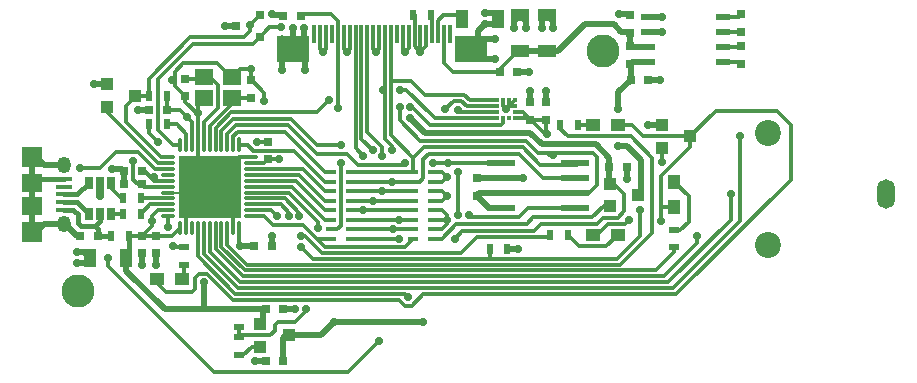
<source format=gbl>
G04 #@! TF.FileFunction,Copper,L2,Bot,Signal*
%FSLAX46Y46*%
G04 Gerber Fmt 4.6, Leading zero omitted, Abs format (unit mm)*
G04 Created by KiCad (PCBNEW 4.0.2-stable) date 19/05/2016 18:52:09*
%MOMM*%
G01*
G04 APERTURE LIST*
%ADD10C,0.100000*%
%ADD11C,2.800000*%
%ADD12R,0.900000X0.450000*%
%ADD13R,0.300000X1.600000*%
%ADD14R,2.700000X2.300000*%
%ADD15R,0.750000X0.800000*%
%ADD16R,0.800000X0.750000*%
%ADD17R,1.000000X1.600000*%
%ADD18R,1.600000X1.000000*%
%ADD19R,1.350000X0.450000*%
%ADD20O,1.150000X1.400000*%
%ADD21R,1.700000X1.700000*%
%ADD22R,1.700000X1.500000*%
%ADD23R,0.500000X0.900000*%
%ADD24R,0.690880X1.000760*%
%ADD25R,1.143000X0.508000*%
%ADD26R,2.399540X0.599440*%
%ADD27O,1.300000X0.300000*%
%ADD28O,0.300000X1.300000*%
%ADD29R,5.300000X5.300000*%
%ADD30R,1.600000X1.400000*%
%ADD31R,0.800100X0.800100*%
%ADD32R,1.000000X1.000000*%
%ADD33C,2.200000*%
%ADD34O,1.500000X2.500000*%
%ADD35R,0.900000X0.500000*%
%ADD36R,1.200000X1.000000*%
%ADD37R,1.000000X1.200000*%
%ADD38R,0.320000X0.320000*%
%ADD39C,0.700000*%
%ADD40C,0.500000*%
%ADD41C,0.300000*%
%ADD42C,0.200000*%
%ADD43C,0.400000*%
%ADD44C,0.700000*%
G04 APERTURE END LIST*
D10*
D11*
X149700000Y-71650000D03*
X105250000Y-91970000D03*
D12*
X128350000Y-81900000D03*
X128350000Y-82700000D03*
X128350000Y-83500000D03*
X128350000Y-84300000D03*
X128350000Y-85100000D03*
X128350000Y-85900000D03*
X128350000Y-86700000D03*
X128350000Y-87500000D03*
X126650000Y-87500000D03*
X126650000Y-86700000D03*
X126650000Y-85900000D03*
X126650000Y-85100000D03*
X126650000Y-84300000D03*
X126650000Y-83500000D03*
X126650000Y-82700000D03*
X126650000Y-81900000D03*
D13*
X136750000Y-70200000D03*
X136250000Y-70200000D03*
X135750000Y-70200000D03*
X135250000Y-70200000D03*
X134750000Y-70200000D03*
X134250000Y-70200000D03*
X133750000Y-70200000D03*
X133250000Y-70200000D03*
X132750000Y-70200000D03*
X132250000Y-70200000D03*
X131750000Y-70200000D03*
X131250000Y-70200000D03*
X130750000Y-70200000D03*
X130250000Y-70200000D03*
X129750000Y-70200000D03*
X129250000Y-70200000D03*
X128750000Y-70200000D03*
X128250000Y-70200000D03*
X127750000Y-70200000D03*
X127250000Y-70200000D03*
X126750000Y-70200000D03*
X126250000Y-70200000D03*
X125750000Y-70200000D03*
X125250000Y-70200000D03*
D14*
X138500000Y-71450000D03*
X123500000Y-71450000D03*
D15*
X152000000Y-71200000D03*
X152000000Y-72700000D03*
D16*
X122650000Y-68650000D03*
X124150000Y-68650000D03*
X150250000Y-81400000D03*
X151750000Y-81400000D03*
X152050000Y-74050000D03*
X153550000Y-74050000D03*
D15*
X152000000Y-70050000D03*
X152000000Y-68550000D03*
X161400000Y-70000000D03*
X161400000Y-68500000D03*
X161400000Y-71200000D03*
X161400000Y-72700000D03*
D16*
X106950000Y-87300000D03*
X105450000Y-87300000D03*
D17*
X109300000Y-89100000D03*
X106300000Y-89100000D03*
D15*
X110700000Y-87250000D03*
X110700000Y-88750000D03*
D16*
X110650000Y-81800000D03*
X109150000Y-81800000D03*
D15*
X111900000Y-87250000D03*
X111900000Y-88750000D03*
D16*
X112750000Y-76600000D03*
X111250000Y-76600000D03*
D15*
X121300000Y-80800000D03*
X121300000Y-79300000D03*
D16*
X120150000Y-88100000D03*
X121650000Y-88100000D03*
D18*
X145000000Y-71600000D03*
X145000000Y-68600000D03*
X142700000Y-71600000D03*
X142700000Y-68600000D03*
D16*
X140950000Y-73400000D03*
X142450000Y-73400000D03*
D17*
X137800000Y-68900000D03*
X140800000Y-68900000D03*
D15*
X139000000Y-83850000D03*
X139000000Y-82350000D03*
D16*
X121150000Y-93500000D03*
X122650000Y-93500000D03*
X122650000Y-97900000D03*
X121150000Y-97900000D03*
D15*
X114300000Y-73950000D03*
X114300000Y-75450000D03*
X119900000Y-75600000D03*
X119900000Y-74100000D03*
D16*
X110650000Y-82900000D03*
X109150000Y-82900000D03*
D19*
X104050000Y-85050000D03*
X104050000Y-84400000D03*
X104050000Y-83750000D03*
X104050000Y-83100000D03*
X104050000Y-82450000D03*
D20*
X104050000Y-86250000D03*
X104050000Y-81250000D03*
D21*
X101350000Y-86950000D03*
X101350000Y-80550000D03*
D22*
X101350000Y-84750000D03*
X101350000Y-82750000D03*
D23*
X108050000Y-87300000D03*
X109550000Y-87300000D03*
X112750000Y-75400000D03*
X111250000Y-75400000D03*
X135150000Y-68600000D03*
X133650000Y-68600000D03*
D12*
X135350000Y-81900000D03*
X135350000Y-82700000D03*
X135350000Y-83500000D03*
X135350000Y-84300000D03*
X135350000Y-85100000D03*
X135350000Y-85900000D03*
X135350000Y-86700000D03*
X135350000Y-87500000D03*
X133650000Y-87500000D03*
X133650000Y-86700000D03*
X133650000Y-85900000D03*
X133650000Y-85100000D03*
X133650000Y-84300000D03*
X133650000Y-83500000D03*
X133650000Y-82700000D03*
X133650000Y-81900000D03*
D23*
X112750000Y-77800000D03*
X111250000Y-77800000D03*
X109050000Y-84100000D03*
X110550000Y-84100000D03*
X109050000Y-85400000D03*
X110550000Y-85400000D03*
D24*
X106150040Y-82799520D03*
X107100000Y-82799520D03*
X108049960Y-82799520D03*
X108049960Y-85400480D03*
X107100000Y-85400480D03*
X106150040Y-85400480D03*
D25*
X153525000Y-68695000D03*
X153525000Y-69965000D03*
X153525000Y-71235000D03*
X153525000Y-72505000D03*
X159875000Y-72505000D03*
X159875000Y-71235000D03*
X159875000Y-69965000D03*
X159875000Y-68695000D03*
D26*
X141033000Y-81095000D03*
X147367000Y-81095000D03*
X141033000Y-82365000D03*
X141033000Y-83635000D03*
X141033000Y-84905000D03*
X147367000Y-82365000D03*
X147367000Y-83635000D03*
X147367000Y-84905000D03*
D27*
X112900000Y-85600000D03*
X112900000Y-85100000D03*
X112900000Y-84600000D03*
X112900000Y-84100000D03*
X112900000Y-83600000D03*
X112900000Y-83100000D03*
X112900000Y-82600000D03*
X112900000Y-82100000D03*
X112900000Y-81600000D03*
X112900000Y-81100000D03*
X112900000Y-80600000D03*
D28*
X113900000Y-79600000D03*
X114400000Y-79600000D03*
X114900000Y-79600000D03*
X115400000Y-79600000D03*
X115900000Y-79600000D03*
X116400000Y-79600000D03*
X116900000Y-79600000D03*
X117400000Y-79600000D03*
X117900000Y-79600000D03*
X118400000Y-79600000D03*
X118900000Y-79600000D03*
D27*
X119900000Y-80600000D03*
X119900000Y-81100000D03*
X119900000Y-81600000D03*
X119900000Y-82100000D03*
X119900000Y-82600000D03*
X119900000Y-83100000D03*
X119900000Y-83600000D03*
X119900000Y-84100000D03*
X119900000Y-84600000D03*
X119900000Y-85100000D03*
X119900000Y-85600000D03*
D28*
X118900000Y-86600000D03*
X118400000Y-86600000D03*
X117900000Y-86600000D03*
X117400000Y-86600000D03*
X116900000Y-86600000D03*
X116400000Y-86600000D03*
X115900000Y-86600000D03*
X115400000Y-86600000D03*
X114900000Y-86600000D03*
X114400000Y-86600000D03*
X113900000Y-86600000D03*
D29*
X116400000Y-83100000D03*
D30*
X115900000Y-73800000D03*
X118300000Y-73800000D03*
X118300000Y-75600000D03*
X115900000Y-75600000D03*
D31*
X120650760Y-68550000D03*
X120650760Y-70450000D03*
X118651780Y-69500000D03*
D32*
X150300000Y-84750000D03*
X150300000Y-82850000D03*
X152700000Y-83800000D03*
X107700000Y-76350000D03*
X107700000Y-74450000D03*
X110100000Y-75400000D03*
X120700000Y-96650000D03*
X120700000Y-94750000D03*
X123100000Y-95700000D03*
D33*
X163700000Y-88050000D03*
X163700000Y-78550000D03*
D34*
X173700000Y-83750000D03*
D35*
X118900000Y-95850000D03*
X118900000Y-97350000D03*
D32*
X154700000Y-79800000D03*
X154700000Y-77900000D03*
X157100000Y-78850000D03*
D35*
X114200000Y-88250000D03*
X114200000Y-89750000D03*
D23*
X145250000Y-87200000D03*
X146750000Y-87200000D03*
D35*
X155750000Y-88250000D03*
X155750000Y-86750000D03*
D23*
X146050000Y-77900000D03*
X147550000Y-77900000D03*
D36*
X111950000Y-90900000D03*
X114050000Y-90900000D03*
X148850000Y-87200000D03*
X150950000Y-87200000D03*
D37*
X155750000Y-84800000D03*
X155750000Y-82700000D03*
D36*
X150950000Y-77900000D03*
X148850000Y-77900000D03*
D23*
X140100000Y-88350000D03*
X141600000Y-88350000D03*
D15*
X144900000Y-77450000D03*
X144900000Y-75950000D03*
X143550000Y-77450000D03*
X143550000Y-75950000D03*
D35*
X118900000Y-95000000D03*
X118900000Y-93500000D03*
D38*
X140750000Y-77300000D03*
X141250000Y-77300000D03*
X141750000Y-77300000D03*
X142250000Y-77300000D03*
X142250000Y-76800000D03*
X142250000Y-76300000D03*
X142250000Y-75800000D03*
X141750000Y-75800000D03*
X141250000Y-75800000D03*
X140750000Y-75800000D03*
X140750000Y-76300000D03*
X140750000Y-76800000D03*
D39*
X151000000Y-79650000D03*
X151000000Y-76550000D03*
X113250000Y-74050000D03*
X121700000Y-68500000D03*
X123500000Y-69700000D03*
X144900000Y-75000000D03*
X143550000Y-75000000D03*
X141500000Y-76550000D03*
X136500000Y-85900000D03*
X121000000Y-75850000D03*
X110700000Y-89700000D03*
X142550000Y-88350000D03*
X151750000Y-82450000D03*
X153500000Y-77900000D03*
X106650000Y-74450000D03*
X124500000Y-73200000D03*
X122500000Y-73200000D03*
X126000000Y-71700000D03*
X128000000Y-71700000D03*
X130500000Y-71700000D03*
X132950000Y-71700000D03*
X124400000Y-69700000D03*
X117700000Y-69500000D03*
X108100000Y-81600000D03*
X115400000Y-76900000D03*
X143400000Y-73400000D03*
X154500000Y-74050000D03*
X154700000Y-70000000D03*
X154700000Y-68700000D03*
X151050000Y-68500000D03*
X134250000Y-71700000D03*
X145500000Y-69700000D03*
X144500000Y-69700000D03*
X143200000Y-69700000D03*
X142200000Y-69700000D03*
X140600000Y-72300000D03*
X140600000Y-70600000D03*
X139700000Y-69300000D03*
X139700000Y-68400000D03*
X120200000Y-97900000D03*
X123600000Y-93500000D03*
X121700000Y-87300000D03*
X114300000Y-85200000D03*
X118500000Y-85200000D03*
X114300000Y-81000000D03*
X116400000Y-83100000D03*
X118500000Y-81000000D03*
X110300000Y-76600000D03*
X142900000Y-82350000D03*
X119900000Y-73150000D03*
X120400000Y-79300000D03*
X136500000Y-83900000D03*
X136500000Y-82300000D03*
X105200000Y-89600000D03*
X105200000Y-88600000D03*
X111900000Y-89700000D03*
X107100000Y-83900000D03*
X145450000Y-80450000D03*
X144950000Y-78650000D03*
X132500000Y-76350000D03*
X127250000Y-76400000D03*
X109900000Y-80900000D03*
X137150000Y-87500000D03*
X132400000Y-87500000D03*
X133400000Y-77300000D03*
X115900000Y-91200000D03*
X122250000Y-80800000D03*
X119000000Y-88100000D03*
X111550000Y-86000000D03*
X111700000Y-82300000D03*
X114500000Y-77200000D03*
X112000000Y-79300000D03*
X134500000Y-94600000D03*
X126900000Y-94600000D03*
X119800000Y-69400000D03*
X124600000Y-93450000D03*
X125600000Y-86600000D03*
X131050000Y-74900000D03*
X132500000Y-74900000D03*
X131800000Y-80000000D03*
X131800000Y-82700000D03*
X105400000Y-81500000D03*
X107800000Y-89100000D03*
X130700000Y-96200000D03*
X136550000Y-81100000D03*
X136350000Y-76550000D03*
X135300000Y-81100000D03*
X132900000Y-81100000D03*
X129400000Y-80500000D03*
X129400000Y-85100000D03*
X130200000Y-80000000D03*
X130200000Y-84300000D03*
X131000000Y-80500000D03*
X131000000Y-83500000D03*
X138400000Y-85500000D03*
X132400000Y-85900000D03*
X133200000Y-92400000D03*
X122400000Y-69600000D03*
X122100000Y-85600000D03*
X160500000Y-83750000D03*
X154700000Y-81000000D03*
X123100000Y-85600000D03*
X124150000Y-88200000D03*
X152800000Y-85050000D03*
X151900000Y-85950000D03*
X154650000Y-86000000D03*
X113300000Y-88100000D03*
X112900000Y-86500000D03*
X124150000Y-87250000D03*
X124000000Y-85600000D03*
X157700000Y-87250000D03*
X161300000Y-78800000D03*
X137400000Y-81850000D03*
X137400000Y-76600000D03*
X131900000Y-86700000D03*
X137400000Y-85500000D03*
X133400000Y-76350000D03*
X126500000Y-75750000D03*
X127500000Y-79600000D03*
X127500000Y-81100000D03*
D40*
X152000000Y-71200000D02*
X152000000Y-70000000D01*
X153525000Y-71235000D02*
X152035000Y-71235000D01*
X152035000Y-71235000D02*
X152000000Y-71200000D01*
X152000000Y-70000000D02*
X151250000Y-70000000D01*
X151250000Y-70000000D02*
X150600000Y-69350000D01*
X150600000Y-69350000D02*
X148150000Y-69350000D01*
X148150000Y-69350000D02*
X145900000Y-71600000D01*
X145900000Y-71600000D02*
X145000000Y-71600000D01*
X142700000Y-71600000D02*
X145000000Y-71600000D01*
D41*
X140950000Y-73400000D02*
X140950000Y-73150000D01*
X140950000Y-73150000D02*
X142500000Y-71600000D01*
X142500000Y-71600000D02*
X142700000Y-71600000D01*
X136250000Y-70200000D02*
X136250000Y-72650000D01*
X137000000Y-73400000D02*
X140950000Y-73400000D01*
X136250000Y-72650000D02*
X137000000Y-73400000D01*
D40*
X152700000Y-83800000D02*
X152950000Y-83550000D01*
X152950000Y-83550000D02*
X152950000Y-80850000D01*
X152950000Y-80850000D02*
X151750000Y-79650000D01*
X151750000Y-79650000D02*
X151000000Y-79650000D01*
X151000000Y-76550000D02*
X151000000Y-75100000D01*
X151000000Y-75100000D02*
X152050000Y-74050000D01*
X152050000Y-74050000D02*
X152050000Y-72750000D01*
X152050000Y-72750000D02*
X152000000Y-72700000D01*
X151998220Y-74101780D02*
X152050000Y-74050000D01*
X153525000Y-72505000D02*
X152195000Y-72505000D01*
X152195000Y-72505000D02*
X152000000Y-72700000D01*
D41*
X113450000Y-74050000D02*
X113250000Y-74050000D01*
D40*
X122650000Y-68650000D02*
X122550000Y-68550000D01*
X122550000Y-68550000D02*
X121750000Y-68550000D01*
X121750000Y-68550000D02*
X121700000Y-68500000D01*
X123500000Y-69700000D02*
X123500000Y-71450000D01*
X144900000Y-75950000D02*
X144900000Y-75000000D01*
X143550000Y-75950000D02*
X143550000Y-75000000D01*
D41*
X142250000Y-75800000D02*
X141750000Y-76300000D01*
X142250000Y-76300000D02*
X141750000Y-76300000D01*
X141750000Y-76300000D02*
X141500000Y-76550000D01*
X141250000Y-75800000D02*
X141250000Y-76300000D01*
X141750000Y-76300000D02*
X141500000Y-76550000D01*
X141750000Y-76300000D02*
X141750000Y-75800000D01*
X141250000Y-76300000D02*
X141500000Y-76550000D01*
X135350000Y-85100000D02*
X136100000Y-85100000D01*
X136500000Y-85500000D02*
X136500000Y-85900000D01*
X136100000Y-85100000D02*
X136500000Y-85500000D01*
X135350000Y-86700000D02*
X136050000Y-86700000D01*
X136500000Y-85900000D02*
X135350000Y-85900000D01*
X136500000Y-86250000D02*
X136500000Y-85900000D01*
X136050000Y-86700000D02*
X136500000Y-86250000D01*
X119900000Y-74100000D02*
X119950000Y-74100000D01*
X119950000Y-74100000D02*
X121000000Y-75150000D01*
X121000000Y-75150000D02*
X121000000Y-75850000D01*
D40*
X110700000Y-89700000D02*
X110700000Y-88750000D01*
X141600000Y-88350000D02*
X142550000Y-88350000D01*
X151750000Y-81400000D02*
X151750000Y-82450000D01*
X154700000Y-77900000D02*
X153500000Y-77900000D01*
X107700000Y-74450000D02*
X106650000Y-74450000D01*
X123500000Y-71450000D02*
X124500000Y-72450000D01*
X124500000Y-72450000D02*
X124500000Y-73200000D01*
X123500000Y-71450000D02*
X122500000Y-72450000D01*
X122500000Y-72450000D02*
X122500000Y-73200000D01*
D41*
X126250000Y-70200000D02*
X126250000Y-71450000D01*
X125750000Y-71450000D02*
X126000000Y-71700000D01*
X125750000Y-71450000D02*
X125750000Y-70200000D01*
X126250000Y-71450000D02*
X126000000Y-71700000D01*
X128250000Y-70200000D02*
X128250000Y-71450000D01*
X127750000Y-71450000D02*
X127750000Y-70200000D01*
X128000000Y-71700000D02*
X127750000Y-71450000D01*
X128250000Y-71450000D02*
X128000000Y-71700000D01*
X130750000Y-70200000D02*
X130750000Y-71450000D01*
X130250000Y-71450000D02*
X130500000Y-71700000D01*
X130250000Y-71450000D02*
X130250000Y-70200000D01*
X130750000Y-71450000D02*
X130500000Y-71700000D01*
X133250000Y-70200000D02*
X133250000Y-71400000D01*
X132750000Y-71500000D02*
X132950000Y-71700000D01*
X132750000Y-71500000D02*
X132750000Y-70200000D01*
X133250000Y-71400000D02*
X132950000Y-71700000D01*
D40*
X123500000Y-71450000D02*
X123050000Y-71900000D01*
D41*
X123500000Y-71450000D02*
X124400000Y-70550000D01*
D40*
X124400000Y-70550000D02*
X124400000Y-69700000D01*
D41*
X123500000Y-71450000D02*
X122500000Y-70450000D01*
D40*
X118651780Y-69500000D02*
X117700000Y-69500000D01*
X108100000Y-81600000D02*
X108950000Y-81600000D01*
X142450000Y-73400000D02*
X143400000Y-73400000D01*
X153550000Y-74050000D02*
X154500000Y-74050000D01*
X153525000Y-69965000D02*
X154665000Y-69965000D01*
X154665000Y-69965000D02*
X154700000Y-70000000D01*
X153525000Y-68695000D02*
X154695000Y-68695000D01*
X154695000Y-68695000D02*
X154700000Y-68700000D01*
X152000000Y-68500000D02*
X151050000Y-68500000D01*
D41*
X133750000Y-70200000D02*
X133750000Y-71200000D01*
X134750000Y-71200000D02*
X134250000Y-71700000D01*
X134750000Y-70200000D02*
X134750000Y-71200000D01*
X134250000Y-71700000D02*
X134250000Y-70200000D01*
X133750000Y-71200000D02*
X134250000Y-71700000D01*
D40*
X145000000Y-68600000D02*
X145500000Y-69100000D01*
X145500000Y-69100000D02*
X145500000Y-69700000D01*
X145000000Y-68600000D02*
X144500000Y-69100000D01*
X144500000Y-69100000D02*
X144500000Y-69700000D01*
X142700000Y-68600000D02*
X143200000Y-69100000D01*
X143200000Y-69100000D02*
X143200000Y-69700000D01*
X142700000Y-68600000D02*
X142200000Y-69100000D01*
X142200000Y-69100000D02*
X142200000Y-69700000D01*
X138500000Y-71450000D02*
X139350000Y-72300000D01*
X139350000Y-72300000D02*
X140600000Y-72300000D01*
X138500000Y-71450000D02*
X139350000Y-70600000D01*
X139350000Y-70600000D02*
X140600000Y-70600000D01*
X138500000Y-71450000D02*
X139100000Y-70850000D01*
X139100000Y-70850000D02*
X139100000Y-69900000D01*
X139100000Y-69900000D02*
X139700000Y-69300000D01*
X140800000Y-68850000D02*
X140350000Y-69300000D01*
X140350000Y-69300000D02*
X139700000Y-69300000D01*
X140800000Y-68850000D02*
X140350000Y-68400000D01*
X140350000Y-68400000D02*
X139700000Y-68400000D01*
D41*
X133750000Y-70200000D02*
X133750000Y-68600000D01*
X133750000Y-68600000D02*
X133650000Y-68500000D01*
D40*
X121150000Y-97900000D02*
X120200000Y-97900000D01*
X122650000Y-93500000D02*
X123600000Y-93500000D01*
D42*
X112900000Y-83600000D02*
X115900000Y-83600000D01*
X115900000Y-83600000D02*
X116400000Y-83100000D01*
D41*
X115400000Y-79600000D02*
X115400000Y-82100000D01*
X115400000Y-82100000D02*
X116400000Y-83100000D01*
X119900000Y-80600000D02*
X118900000Y-80600000D01*
X118900000Y-80600000D02*
X116400000Y-83100000D01*
X114400000Y-86600000D02*
X114400000Y-85100000D01*
X114400000Y-85100000D02*
X116400000Y-83100000D01*
X118400000Y-86600000D02*
X118400000Y-85100000D01*
X118400000Y-85100000D02*
X116400000Y-83100000D01*
D40*
X121700000Y-88050000D02*
X121700000Y-87300000D01*
D41*
X121700000Y-88050000D02*
X121650000Y-88100000D01*
X114300000Y-85200000D02*
X116400000Y-83100000D01*
X118500000Y-85200000D02*
X116400000Y-83100000D01*
X114300000Y-81000000D02*
X116400000Y-83100000D01*
X118500000Y-81000000D02*
X116400000Y-83100000D01*
D40*
X111250000Y-76600000D02*
X110300000Y-76600000D01*
X141033000Y-82365000D02*
X142885000Y-82365000D01*
X142885000Y-82365000D02*
X142900000Y-82350000D01*
X141033000Y-82365000D02*
X139015000Y-82365000D01*
X139015000Y-82365000D02*
X139000000Y-82350000D01*
D41*
X118950000Y-73150000D02*
X119900000Y-73150000D01*
X119900000Y-73150000D02*
X119900000Y-74100000D01*
X118950000Y-73150000D02*
X118300000Y-73800000D01*
X117050000Y-72650000D02*
X118200000Y-73800000D01*
X118200000Y-73800000D02*
X118300000Y-73800000D01*
X114300000Y-75450000D02*
X113450000Y-74600000D01*
X114150000Y-72650000D02*
X117050000Y-72650000D01*
X113450000Y-73350000D02*
X114150000Y-72650000D01*
X113450000Y-74600000D02*
X113450000Y-74050000D01*
X113450000Y-74050000D02*
X113450000Y-73350000D01*
X115400000Y-76900000D02*
X115300000Y-76900000D01*
X114300000Y-75900000D02*
X114300000Y-75450000D01*
X115300000Y-76900000D02*
X114300000Y-75900000D01*
X115400000Y-76100000D02*
X115400000Y-76900000D01*
X115400000Y-76900000D02*
X115400000Y-79600000D01*
X115400000Y-76100000D02*
X115900000Y-75600000D01*
X121300000Y-79300000D02*
X120400000Y-79300000D01*
X135350000Y-84300000D02*
X136100000Y-84300000D01*
X136100000Y-83500000D02*
X136500000Y-83900000D01*
X136100000Y-83500000D02*
X135350000Y-83500000D01*
X136100000Y-84300000D02*
X136500000Y-83900000D01*
X135350000Y-82700000D02*
X136100000Y-82700000D01*
X136100000Y-81900000D02*
X136500000Y-82300000D01*
X136100000Y-81900000D02*
X135350000Y-81900000D01*
X136100000Y-82700000D02*
X136500000Y-82300000D01*
D40*
X109150000Y-81800000D02*
X108950000Y-81600000D01*
X109150000Y-82900000D02*
X109150000Y-81800000D01*
X101350000Y-80200000D02*
X102400000Y-81250000D01*
X102400000Y-81250000D02*
X104050000Y-81250000D01*
D43*
X104050000Y-82450000D02*
X101650000Y-82450000D01*
X101650000Y-82450000D02*
X101350000Y-82750000D01*
D40*
X101350000Y-80200000D02*
X101350000Y-82750000D01*
X101350000Y-84750000D02*
X101350000Y-82750000D01*
X101350000Y-87300000D02*
X101350000Y-84750000D01*
X104050000Y-86250000D02*
X102400000Y-86250000D01*
X102400000Y-86250000D02*
X101350000Y-87300000D01*
X105450000Y-87300000D02*
X105200000Y-87300000D01*
X105200000Y-87300000D02*
X104150000Y-86250000D01*
X104150000Y-86250000D02*
X104050000Y-86250000D01*
X106300000Y-89100000D02*
X105800000Y-89600000D01*
X105800000Y-89600000D02*
X105200000Y-89600000D01*
X106300000Y-89100000D02*
X105800000Y-88600000D01*
X105800000Y-88600000D02*
X105200000Y-88600000D01*
X111900000Y-88750000D02*
X111900000Y-89700000D01*
D44*
X107100000Y-82799520D02*
X107100000Y-83900000D01*
D41*
X116800000Y-81800000D02*
X117800000Y-82800000D01*
X117300000Y-83300000D02*
X117800000Y-82800000D01*
X142250000Y-76800000D02*
X142900000Y-76800000D01*
X142900000Y-76800000D02*
X143550000Y-77450000D01*
X142250000Y-77300000D02*
X143400000Y-77300000D01*
X143400000Y-77300000D02*
X143550000Y-77450000D01*
X144900000Y-77450000D02*
X143550000Y-77450000D01*
X143550000Y-77450000D02*
X143600000Y-77450000D01*
X143600000Y-77450000D02*
X144800000Y-78650000D01*
X144800000Y-78650000D02*
X144950000Y-78650000D01*
X144900000Y-77450000D02*
X144900000Y-78600000D01*
X145150000Y-80450000D02*
X144925000Y-80225000D01*
X145450000Y-80450000D02*
X145150000Y-80450000D01*
X144900000Y-78600000D02*
X144950000Y-78650000D01*
X148825000Y-80225000D02*
X144925000Y-80225000D01*
X144925000Y-80225000D02*
X144225000Y-80225000D01*
X134250000Y-79200000D02*
X143200000Y-79200000D01*
X132500000Y-77450000D02*
X134250000Y-79200000D01*
X132500000Y-76350000D02*
X132500000Y-77450000D01*
X144225000Y-80225000D02*
X143200000Y-79200000D01*
X148515000Y-83635000D02*
X147367000Y-83635000D01*
X149200000Y-82950000D02*
X148515000Y-83635000D01*
X149200000Y-80600000D02*
X149200000Y-82950000D01*
X148825000Y-80225000D02*
X149200000Y-80600000D01*
X127250000Y-70200000D02*
X127250000Y-76400000D01*
X124150000Y-68500000D02*
X126700000Y-68500000D01*
X127250000Y-69050000D02*
X127250000Y-70200000D01*
X126700000Y-68500000D02*
X127250000Y-69050000D01*
X110300000Y-82900000D02*
X109900000Y-82500000D01*
X109900000Y-82500000D02*
X109900000Y-80900000D01*
X110650000Y-82900000D02*
X110300000Y-82900000D01*
D40*
X147367000Y-83635000D02*
X141033000Y-83635000D01*
X141033000Y-84905000D02*
X140055000Y-84905000D01*
X140055000Y-84905000D02*
X139000000Y-83850000D01*
X141033000Y-83635000D02*
X139215000Y-83635000D01*
X139215000Y-83635000D02*
X139000000Y-83850000D01*
D41*
X112900000Y-83100000D02*
X110850000Y-83100000D01*
X110850000Y-83100000D02*
X110650000Y-82900000D01*
X128350000Y-87500000D02*
X132400000Y-87500000D01*
X143850000Y-86850000D02*
X137800000Y-86850000D01*
X137800000Y-86850000D02*
X137150000Y-87500000D01*
X151500000Y-83750000D02*
X150600000Y-82850000D01*
X149200000Y-86250000D02*
X144450000Y-86250000D01*
X149700000Y-85750000D02*
X149200000Y-86250000D01*
X150950000Y-85750000D02*
X149700000Y-85750000D01*
X151500000Y-85200000D02*
X150950000Y-85750000D01*
X151500000Y-83750000D02*
X151500000Y-85200000D01*
X144450000Y-86250000D02*
X143850000Y-86850000D01*
X150300000Y-82850000D02*
X150600000Y-82850000D01*
X121150000Y-93500000D02*
X118900000Y-93500000D01*
D40*
X150250000Y-81400000D02*
X150250000Y-80650000D01*
X149125000Y-79525000D02*
X144525000Y-79525000D01*
X150250000Y-82800000D02*
X150300000Y-82850000D01*
X149125000Y-79525000D02*
X150250000Y-80650000D01*
X150250000Y-80650000D02*
X150250000Y-82800000D01*
X134650000Y-78550000D02*
X143550000Y-78550000D01*
X133400000Y-77300000D02*
X134650000Y-78550000D01*
D41*
X150300000Y-82850000D02*
X150300000Y-82900000D01*
D40*
X144525000Y-79525000D02*
X143550000Y-78550000D01*
X115900000Y-91200000D02*
X115900000Y-93500000D01*
X120899240Y-94750000D02*
X120899240Y-93750760D01*
X120899240Y-93750760D02*
X121150000Y-93500000D01*
X109300000Y-89100000D02*
X109300000Y-90200000D01*
X109300000Y-90200000D02*
X112600000Y-93500000D01*
X112600000Y-93500000D02*
X115900000Y-93500000D01*
X115900000Y-93500000D02*
X121150000Y-93500000D01*
D41*
X122250000Y-80800000D02*
X121300000Y-80800000D01*
X111700000Y-82300000D02*
X111700000Y-82600000D01*
X111250000Y-78550000D02*
X112000000Y-79300000D01*
X111250000Y-77800000D02*
X111250000Y-78550000D01*
X112750000Y-75400000D02*
X112750000Y-76600000D01*
D40*
X120150000Y-88100000D02*
X119000000Y-88100000D01*
D41*
X118900000Y-88000000D02*
X119000000Y-88100000D01*
X118900000Y-88000000D02*
X118900000Y-86600000D01*
X114500000Y-77200000D02*
X113900000Y-76600000D01*
X114900000Y-77600000D02*
X114500000Y-77200000D01*
X114900000Y-79600000D02*
X114900000Y-77600000D01*
X113900000Y-76600000D02*
X112750000Y-76600000D01*
X119900000Y-81100000D02*
X121000000Y-81100000D01*
X121000000Y-81100000D02*
X121300000Y-80800000D01*
D43*
X109550000Y-87300000D02*
X109550000Y-88850000D01*
X109550000Y-88850000D02*
X109300000Y-89100000D01*
D41*
X112900000Y-82600000D02*
X111700000Y-82600000D01*
X111700000Y-82600000D02*
X110900000Y-81800000D01*
X110900000Y-81800000D02*
X110650000Y-81800000D01*
X111900000Y-87250000D02*
X113250000Y-87250000D01*
X113250000Y-87250000D02*
X113900000Y-86600000D01*
X110700000Y-87250000D02*
X111900000Y-87250000D01*
X112900000Y-85100000D02*
X112000000Y-85100000D01*
X112000000Y-85100000D02*
X111550000Y-85550000D01*
X111550000Y-85550000D02*
X111550000Y-86000000D01*
X111550000Y-86400000D02*
X110700000Y-87250000D01*
X111550000Y-86000000D02*
X111550000Y-86400000D01*
X109550000Y-87300000D02*
X110650000Y-87300000D01*
X110650000Y-87300000D02*
X110700000Y-87250000D01*
X159875000Y-69965000D02*
X161365000Y-69965000D01*
X161365000Y-69965000D02*
X161400000Y-70000000D01*
X159875000Y-68695000D02*
X161205000Y-68695000D01*
X161205000Y-68695000D02*
X161400000Y-68500000D01*
X159875000Y-71235000D02*
X161365000Y-71235000D01*
X161365000Y-71235000D02*
X161400000Y-71200000D01*
X159875000Y-72505000D02*
X161205000Y-72505000D01*
X161205000Y-72505000D02*
X161400000Y-72700000D01*
D43*
X106950000Y-87300000D02*
X108050000Y-87300000D01*
X106950000Y-87300000D02*
X106950000Y-86650000D01*
X106950000Y-86650000D02*
X106700000Y-86400000D01*
X104050000Y-85050000D02*
X104850000Y-85050000D01*
X107100000Y-86000000D02*
X107100000Y-85400480D01*
X106700000Y-86400000D02*
X107100000Y-86000000D01*
X105500000Y-86400000D02*
X106700000Y-86400000D01*
X105250000Y-86150000D02*
X105500000Y-86400000D01*
X105250000Y-85450000D02*
X105250000Y-86150000D01*
X104850000Y-85050000D02*
X105250000Y-85450000D01*
X104050000Y-85050000D02*
X104550000Y-85050000D01*
D41*
X135750000Y-70200000D02*
X135750000Y-69050000D01*
X136200000Y-68600000D02*
X137550000Y-68600000D01*
X135750000Y-69050000D02*
X136200000Y-68600000D01*
X137550000Y-68600000D02*
X137800000Y-68850000D01*
D40*
X122650000Y-97900000D02*
X122650000Y-95948220D01*
X122650000Y-95948220D02*
X122898220Y-95700000D01*
X122898220Y-95700000D02*
X125800000Y-95700000D01*
X125800000Y-95700000D02*
X126900000Y-94600000D01*
X126900000Y-94600000D02*
X134500000Y-94600000D01*
D41*
X114300000Y-73950000D02*
X115750000Y-73950000D01*
X115750000Y-73950000D02*
X115900000Y-73800000D01*
X115900000Y-79600000D02*
X115900000Y-77650000D01*
X117100000Y-74500000D02*
X116400000Y-73800000D01*
X117100000Y-76450000D02*
X117100000Y-74500000D01*
X115900000Y-77650000D02*
X117100000Y-76450000D01*
X116400000Y-73800000D02*
X115900000Y-73800000D01*
X118300000Y-75600000D02*
X118300000Y-75992968D01*
X118350000Y-75992968D02*
X116390002Y-77952966D01*
X116390002Y-77952966D02*
X116390002Y-79600000D01*
X116390002Y-79600000D02*
X116400000Y-79600000D01*
X119900000Y-75600000D02*
X118300000Y-75600000D01*
D43*
X104050000Y-84400000D02*
X105149560Y-84400000D01*
X105149560Y-84400000D02*
X106150040Y-85400480D01*
X104050000Y-83750000D02*
X105199560Y-83750000D01*
X105199560Y-83750000D02*
X106150040Y-82799520D01*
D41*
X143250000Y-86250000D02*
X137300000Y-86250000D01*
X137300000Y-86250000D02*
X136050000Y-87500000D01*
X150300000Y-84750000D02*
X149750000Y-84750000D01*
X149750000Y-84750000D02*
X148800000Y-85700000D01*
X135350000Y-87500000D02*
X136050000Y-87500000D01*
X150300000Y-84450000D02*
X150300000Y-84750000D01*
X148800000Y-85700000D02*
X143800000Y-85700000D01*
X143800000Y-85700000D02*
X143250000Y-86250000D01*
X107700000Y-76500000D02*
X107699240Y-76499240D01*
X107699240Y-76499240D02*
X107699240Y-76250000D01*
X112042968Y-81100000D02*
X107700000Y-76757032D01*
X107700000Y-76757032D02*
X107700000Y-76500000D01*
X112900000Y-81100000D02*
X112042968Y-81100000D01*
X119800000Y-69400000D02*
X119800000Y-69950000D01*
X119300000Y-70450000D02*
X114750000Y-70450000D01*
X119800000Y-69950000D02*
X119300000Y-70450000D01*
X120650760Y-68550000D02*
X119800760Y-69400000D01*
X119800760Y-69400000D02*
X119800000Y-69400000D01*
X111250000Y-75400000D02*
X111250000Y-73950000D01*
X111250000Y-73950000D02*
X114750000Y-70450000D01*
X111250000Y-75400000D02*
X110190002Y-75400000D01*
X110190002Y-75400000D02*
X109350000Y-76240002D01*
X112900000Y-80600000D02*
X112300000Y-80600000D01*
X109350000Y-77650000D02*
X109350000Y-76240002D01*
X112300000Y-80600000D02*
X109350000Y-77650000D01*
X123650000Y-94550000D02*
X124600000Y-93600000D01*
X124600000Y-93600000D02*
X124600000Y-93450000D01*
X123650000Y-94550000D02*
X122200000Y-94550000D01*
X118900000Y-95000000D02*
X118900000Y-95850000D01*
X121900000Y-95350000D02*
X121550000Y-95700000D01*
X121550000Y-95700000D02*
X119150000Y-95700000D01*
X121900000Y-94850000D02*
X121900000Y-95350000D01*
X122200000Y-94550000D02*
X121900000Y-94850000D01*
X125600000Y-86100000D02*
X125600000Y-86600000D01*
X123100000Y-83600000D02*
X125600000Y-86100000D01*
X119900000Y-83600000D02*
X123100000Y-83600000D01*
X135250000Y-70200000D02*
X135250000Y-68600000D01*
X135250000Y-68600000D02*
X135150000Y-68500000D01*
X108049960Y-82799520D02*
X108049960Y-83249960D01*
X108049960Y-83249960D02*
X108900000Y-84100000D01*
X108900000Y-84100000D02*
X109050000Y-84100000D01*
X112900000Y-84100000D02*
X110550000Y-84100000D01*
X109050000Y-85400000D02*
X108050440Y-85400000D01*
X108050440Y-85400000D02*
X108049960Y-85400480D01*
X112900000Y-84600000D02*
X111350000Y-84600000D01*
X111350000Y-84600000D02*
X110550000Y-85400000D01*
X140750000Y-77300000D02*
X135450000Y-77300000D01*
X135450000Y-77300000D02*
X135100000Y-76950000D01*
X132500000Y-74900000D02*
X133050000Y-74900000D01*
X133050000Y-74900000D02*
X135100000Y-76950000D01*
X131050000Y-74900000D02*
X131250000Y-74900000D01*
X131800000Y-79650000D02*
X131250000Y-79100000D01*
X131250000Y-75850000D02*
X131250000Y-74900000D01*
X131250000Y-79100000D02*
X131250000Y-75850000D01*
X131800000Y-80000000D02*
X131800000Y-79650000D01*
X131250000Y-74900000D02*
X131250000Y-70200000D01*
X133650000Y-82700000D02*
X134200000Y-82700000D01*
X144665000Y-82365000D02*
X147367000Y-82365000D01*
X142600000Y-80300000D02*
X144665000Y-82365000D01*
X134950000Y-80300000D02*
X142600000Y-80300000D01*
X134500000Y-80750000D02*
X134950000Y-80300000D01*
X134500000Y-82400000D02*
X134500000Y-80750000D01*
X134200000Y-82700000D02*
X134500000Y-82400000D01*
X133650000Y-82700000D02*
X131800000Y-82700000D01*
X131800000Y-82700000D02*
X128350000Y-82700000D01*
X131750000Y-74150000D02*
X133450000Y-74150000D01*
X138430002Y-75800000D02*
X140750000Y-75800000D01*
X137930002Y-75300000D02*
X138430002Y-75800000D01*
X134600000Y-75300000D02*
X137930002Y-75300000D01*
X133450000Y-74150000D02*
X134600000Y-75300000D01*
X131750000Y-75650000D02*
X131750000Y-78750000D01*
X133650000Y-80650000D02*
X131750000Y-78750000D01*
X133650000Y-81900000D02*
X133650000Y-80650000D01*
X131750000Y-70200000D02*
X131750000Y-74150000D01*
X131750000Y-74150000D02*
X131750000Y-75650000D01*
X147517000Y-81245000D02*
X144395000Y-81245000D01*
X144395000Y-81245000D02*
X142900000Y-79750000D01*
X133650000Y-81900000D02*
X133650000Y-80650000D01*
X133650000Y-80650000D02*
X134550000Y-79750000D01*
X134550000Y-79750000D02*
X142900000Y-79750000D01*
X128350000Y-81900000D02*
X133650000Y-81900000D01*
X105400000Y-81500000D02*
X107100000Y-81500000D01*
X107100000Y-81500000D02*
X108450000Y-80150000D01*
X107800000Y-89100000D02*
X107800000Y-89850000D01*
X111800000Y-81600000D02*
X110350000Y-80150000D01*
X112900000Y-81600000D02*
X111800000Y-81600000D01*
X110350000Y-80150000D02*
X108450000Y-80150000D01*
X128100000Y-98800000D02*
X130700000Y-96200000D01*
X116750000Y-98800000D02*
X128100000Y-98800000D01*
X107800000Y-89850000D02*
X116750000Y-98800000D01*
X140750000Y-76300000D02*
X138150000Y-76300000D01*
X137700000Y-75850000D02*
X138150000Y-76300000D01*
X137050000Y-75850000D02*
X137700000Y-75850000D01*
X136350000Y-76550000D02*
X137050000Y-75850000D01*
X135300000Y-81100000D02*
X136550000Y-81100000D01*
X136550000Y-81100000D02*
X141028000Y-81100000D01*
X141028000Y-81100000D02*
X141033000Y-81095000D01*
X125450000Y-80350000D02*
X128050000Y-80350000D01*
X128050000Y-80350000D02*
X129000000Y-81300000D01*
X132700000Y-81300000D02*
X132900000Y-81100000D01*
X129000000Y-81300000D02*
X132700000Y-81300000D01*
X136500000Y-81100000D02*
X136500000Y-81095000D01*
X136500000Y-81095000D02*
X136500000Y-81100000D01*
X136500000Y-81100000D02*
X136500000Y-81095000D01*
X117900000Y-78600000D02*
X118600000Y-77900000D01*
X118600000Y-77900000D02*
X123000000Y-77900000D01*
X123000000Y-77900000D02*
X125450000Y-80350000D01*
X117900000Y-79600000D02*
X117900000Y-78600000D01*
X136500000Y-81095000D02*
X141033000Y-81095000D01*
X119900000Y-82600000D02*
X123700000Y-82600000D01*
X126200000Y-85100000D02*
X126650000Y-85100000D01*
X123700000Y-82600000D02*
X126200000Y-85100000D01*
X119900000Y-82100000D02*
X124000000Y-82100000D01*
X126200000Y-84300000D02*
X126650000Y-84300000D01*
X124000000Y-82100000D02*
X126200000Y-84300000D01*
X119900000Y-81600000D02*
X124300000Y-81600000D01*
X126200000Y-83500000D02*
X126650000Y-83500000D01*
X124300000Y-81600000D02*
X126200000Y-83500000D01*
X120100000Y-80050000D02*
X123550000Y-80050000D01*
X118900000Y-79600000D02*
X119650000Y-79600000D01*
X119650000Y-79600000D02*
X120100000Y-80050000D01*
X118900000Y-79600000D02*
X118900000Y-79100000D01*
X123550000Y-80050000D02*
X126200000Y-82700000D01*
X126200000Y-82700000D02*
X126650000Y-82700000D01*
X118400000Y-79600000D02*
X118400000Y-78850000D01*
X126200000Y-81900000D02*
X126650000Y-81900000D01*
X122750000Y-78450000D02*
X126200000Y-81900000D01*
X118800000Y-78450000D02*
X122750000Y-78450000D01*
X118400000Y-78850000D02*
X118800000Y-78450000D01*
X129400000Y-80500000D02*
X128750000Y-79850000D01*
X128750000Y-70050000D02*
X128750000Y-79850000D01*
X128350000Y-85100000D02*
X129400000Y-85100000D01*
X129400000Y-85100000D02*
X133650000Y-85100000D01*
X130200000Y-80000000D02*
X129250000Y-79050000D01*
X129250000Y-79050000D02*
X129250000Y-70200000D01*
X128350000Y-84300000D02*
X130200000Y-84300000D01*
X130200000Y-84300000D02*
X133650000Y-84300000D01*
X129750000Y-70200000D02*
X129750000Y-78450000D01*
X131000000Y-79700000D02*
X129750000Y-78450000D01*
X131000000Y-80500000D02*
X131000000Y-79700000D01*
X128350000Y-83500000D02*
X131000000Y-83500000D01*
X131000000Y-83500000D02*
X133650000Y-83500000D01*
X142600000Y-85700000D02*
X138600000Y-85700000D01*
X138600000Y-85700000D02*
X138400000Y-85500000D01*
X143395000Y-84905000D02*
X147367000Y-84905000D01*
X142600000Y-85700000D02*
X143395000Y-84905000D01*
X128350000Y-85900000D02*
X132400000Y-85900000D01*
X132400000Y-85900000D02*
X133650000Y-85900000D01*
X119900000Y-83100000D02*
X123400000Y-83100000D01*
X123400000Y-83100000D02*
X126200000Y-85900000D01*
X126200000Y-85900000D02*
X126650000Y-85900000D01*
X118570006Y-92170006D02*
X132970006Y-92170006D01*
X132970006Y-92170006D02*
X133200000Y-92400000D01*
X115400000Y-86600000D02*
X115400000Y-89000000D01*
X115400000Y-89000000D02*
X118570006Y-92170006D01*
X120650760Y-70450000D02*
X120650760Y-70399240D01*
X120650760Y-70399240D02*
X121050000Y-70000000D01*
X122400000Y-69600000D02*
X121450000Y-69600000D01*
X121450000Y-69600000D02*
X121050000Y-70000000D01*
X121050000Y-70000000D02*
X120050000Y-71000000D01*
X113300000Y-79600000D02*
X112000000Y-78300000D01*
X113900000Y-79600000D02*
X113300000Y-79600000D01*
X112000000Y-78300000D02*
X112000000Y-74000000D01*
X112000000Y-74000000D02*
X115000000Y-71000000D01*
X115000000Y-71000000D02*
X120050000Y-71000000D01*
X119900000Y-85100000D02*
X121600000Y-85100000D01*
X121600000Y-85100000D02*
X122100000Y-85600000D01*
X114400000Y-79600000D02*
X114400000Y-78600000D01*
X113600000Y-77800000D02*
X112750000Y-77800000D01*
X114400000Y-78600000D02*
X113600000Y-77800000D01*
X155250000Y-91190002D02*
X160500000Y-85940002D01*
X160500000Y-85940002D02*
X160500000Y-83750000D01*
X118990002Y-91190002D02*
X155250000Y-91190002D01*
X116400000Y-86600000D02*
X116400000Y-88600000D01*
X116400000Y-88600000D02*
X118990002Y-91190002D01*
X120700000Y-96650000D02*
X119950000Y-96650000D01*
X119250000Y-97350000D02*
X118750000Y-97350000D01*
X119950000Y-96650000D02*
X119250000Y-97350000D01*
X140100000Y-88350000D02*
X140100000Y-89190002D01*
X154700000Y-79800000D02*
X154700000Y-81000000D01*
X125140002Y-89190002D02*
X140100000Y-89190002D01*
X140100000Y-89190002D02*
X150859998Y-89190002D01*
X122400000Y-84600000D02*
X123100000Y-85300000D01*
X123100000Y-85300000D02*
X123100000Y-85600000D01*
X119900000Y-84600000D02*
X122400000Y-84600000D01*
X124150000Y-88200000D02*
X125140002Y-89190002D01*
X150859998Y-89190002D02*
X152800000Y-87250000D01*
X152800000Y-87250000D02*
X152800000Y-85050000D01*
X154650000Y-79850000D02*
X154700000Y-79800000D01*
X150125000Y-86275000D02*
X151575000Y-86275000D01*
X151575000Y-86275000D02*
X151900000Y-85950000D01*
X155900000Y-92200000D02*
X165600000Y-82500000D01*
X159250000Y-76700000D02*
X157100000Y-78850000D01*
X164450000Y-76700000D02*
X159250000Y-76700000D01*
X165600000Y-77850000D02*
X164450000Y-76700000D01*
X165600000Y-82500000D02*
X165600000Y-77850000D01*
X155750000Y-84800000D02*
X154600000Y-84800000D01*
X157100000Y-78850000D02*
X157100000Y-79700000D01*
X157100000Y-79700000D02*
X154600000Y-82200000D01*
X154600000Y-84800000D02*
X154600000Y-82200000D01*
X154600000Y-85950000D02*
X154600000Y-84800000D01*
X154600000Y-85950000D02*
X154650000Y-86000000D01*
X148850000Y-87200000D02*
X149200000Y-87200000D01*
X149200000Y-87200000D02*
X150125000Y-86275000D01*
X150950000Y-77900000D02*
X152150000Y-77900000D01*
X153100000Y-78850000D02*
X157100000Y-78850000D01*
X152150000Y-77900000D02*
X153100000Y-78850000D01*
X111950000Y-90900000D02*
X111950000Y-91250000D01*
X134500000Y-92200000D02*
X155900000Y-92200000D01*
X133500000Y-93200000D02*
X134500000Y-92200000D01*
X132900000Y-93200000D02*
X133500000Y-93200000D01*
X132400000Y-92700000D02*
X132900000Y-93200000D01*
X118400000Y-92700000D02*
X132400000Y-92700000D01*
X116200000Y-90500000D02*
X118400000Y-92700000D01*
X115500000Y-90500000D02*
X116200000Y-90500000D01*
X115150000Y-90850000D02*
X115500000Y-90500000D01*
X115150000Y-91750000D02*
X115150000Y-90850000D01*
X114900000Y-92000000D02*
X115150000Y-91750000D01*
X112700000Y-92000000D02*
X114900000Y-92000000D01*
X111950000Y-91250000D02*
X112700000Y-92000000D01*
X114300000Y-88250000D02*
X113450000Y-88250000D01*
X113450000Y-88250000D02*
X113300000Y-88100000D01*
X112900000Y-85600000D02*
X112900000Y-86500000D01*
X114200000Y-89750000D02*
X114200000Y-90750000D01*
X114200000Y-90750000D02*
X114050000Y-90900000D01*
X139000000Y-87400000D02*
X145050000Y-87400000D01*
X145050000Y-87400000D02*
X145250000Y-87200000D01*
X137700000Y-88700000D02*
X139000000Y-87400000D01*
X124150000Y-87250000D02*
X124450000Y-87250000D01*
X125900000Y-88700000D02*
X137700000Y-88700000D01*
X124450000Y-87250000D02*
X125900000Y-88700000D01*
X119900000Y-84100000D02*
X122800000Y-84100000D01*
X124000000Y-85300000D02*
X124000000Y-85600000D01*
X122800000Y-84100000D02*
X124000000Y-85300000D01*
X146750000Y-87200000D02*
X147700000Y-88150000D01*
X150000000Y-88150000D02*
X150950000Y-87200000D01*
X147700000Y-88150000D02*
X150000000Y-88150000D01*
X155750000Y-88250000D02*
X155750000Y-88650000D01*
X155750000Y-88650000D02*
X154209998Y-90190002D01*
X117400000Y-86600000D02*
X117400000Y-88200000D01*
X119390002Y-90190002D02*
X154209998Y-90190002D01*
X117400000Y-88200000D02*
X119390002Y-90190002D01*
X155750000Y-86750000D02*
X156250000Y-86750000D01*
X156950000Y-83900000D02*
X155750000Y-82700000D01*
X156950000Y-86050000D02*
X156950000Y-83900000D01*
X156250000Y-86750000D02*
X156950000Y-86050000D01*
X146050000Y-77900000D02*
X146050000Y-78200000D01*
X146050000Y-78200000D02*
X146700000Y-78850000D01*
X151150000Y-89700000D02*
X153850000Y-87000000D01*
X152050000Y-78850000D02*
X146700000Y-78850000D01*
X153850000Y-80650000D02*
X152050000Y-78850000D01*
X153850000Y-87000000D02*
X153850000Y-80650000D01*
X117900000Y-88000000D02*
X119600000Y-89700000D01*
X117900000Y-86600000D02*
X117900000Y-88000000D01*
X119600000Y-89700000D02*
X151150000Y-89700000D01*
X147550000Y-77900000D02*
X148850000Y-77900000D01*
X154900000Y-90700000D02*
X157700000Y-87900000D01*
X157700000Y-87900000D02*
X157700000Y-87250000D01*
X116900000Y-86600000D02*
X116900000Y-88400000D01*
X119200000Y-90700000D02*
X154900000Y-90700000D01*
X116900000Y-88400000D02*
X119200000Y-90700000D01*
X155600000Y-91680004D02*
X161300000Y-85980004D01*
X161300000Y-85980004D02*
X161300000Y-78800000D01*
X115900000Y-88792968D02*
X118787036Y-91680004D01*
X115900000Y-86600000D02*
X115900000Y-88792968D01*
X118787036Y-91680004D02*
X155600000Y-91680004D01*
X140750000Y-76800000D02*
X137600000Y-76800000D01*
X137400000Y-76600000D02*
X137600000Y-76800000D01*
X137400000Y-85500000D02*
X137400000Y-81850000D01*
X133650000Y-86700000D02*
X131900000Y-86700000D01*
X131900000Y-86700000D02*
X128350000Y-86700000D01*
X133400000Y-76350000D02*
X133500000Y-76350000D01*
X141250000Y-77700000D02*
X141250000Y-77300000D01*
X141050000Y-77900000D02*
X141250000Y-77700000D01*
X135050000Y-77900000D02*
X141050000Y-77900000D01*
X133500000Y-76350000D02*
X135050000Y-77900000D01*
X118250000Y-76800000D02*
X125450000Y-76800000D01*
X125450000Y-76800000D02*
X126500000Y-75750000D01*
X116900000Y-79600000D02*
X116900000Y-78150000D01*
X116900000Y-78150000D02*
X118250000Y-76800000D01*
X127500000Y-79600000D02*
X125500000Y-79600000D01*
X125500000Y-79600000D02*
X123250000Y-77350000D01*
X127200000Y-86700000D02*
X127500000Y-86400000D01*
X127500000Y-86400000D02*
X127500000Y-81100000D01*
X126650000Y-86700000D02*
X127200000Y-86700000D01*
X117400000Y-79600000D02*
X117400000Y-78350000D01*
X118400000Y-77350000D02*
X123250000Y-77350000D01*
X117400000Y-78350000D02*
X118400000Y-77350000D01*
X126150000Y-88200000D02*
X132950000Y-88200000D01*
X132950000Y-88200000D02*
X133650000Y-87500000D01*
X126650000Y-87500000D02*
X125450000Y-87500000D01*
X126150000Y-88200000D02*
X125450000Y-87500000D01*
X125450000Y-87500000D02*
X124300000Y-86350000D01*
X121000000Y-85600000D02*
X121750000Y-86350000D01*
X119900000Y-85600000D02*
X121000000Y-85600000D01*
X124300000Y-86350000D02*
X121750000Y-86350000D01*
M02*

</source>
